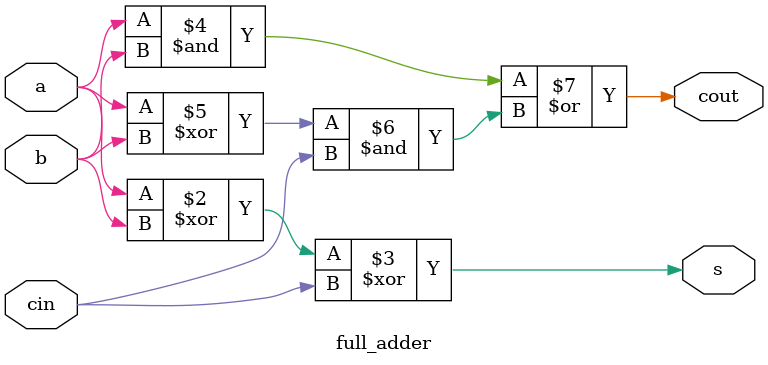
<source format=sv>
module full_adder(
    input logic a,
    input logic b,
    input logic cin,
    output logic s,
    output logic cout
);
    // Note: an alternative way of expressing this would be:
    // assign {cout, s} = a + b + cin;
    always_comb begin
        s = a ^ b ^ cin;
        cout = (a & b) | ((a ^ b) & cin);
    end

endmodule
</source>
